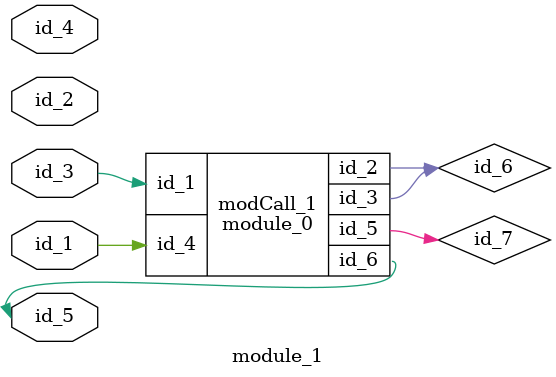
<source format=v>
module module_0 (
    id_1,
    id_2,
    id_3,
    id_4,
    id_5,
    id_6
);
  inout wire id_6;
  output wire id_5;
  input wire id_4;
  output wire id_3;
  inout wire id_2;
  input wire id_1;
  wire \id_7 ;
endmodule
module module_1 (
    id_1,
    id_2,
    id_3,
    id_4,
    id_5
);
  inout wire id_5;
  input wire id_4;
  input wire id_3;
  input wire id_2;
  inout wire id_1;
  wire id_6;
  specify
    $width(negedge id_7, {-1'b0 | !$realtime}, $realtime, id_8);
  endspecify
  module_0 modCall_1 (
      id_3,
      id_6,
      id_6,
      id_1,
      id_7,
      id_5
  );
endmodule

</source>
